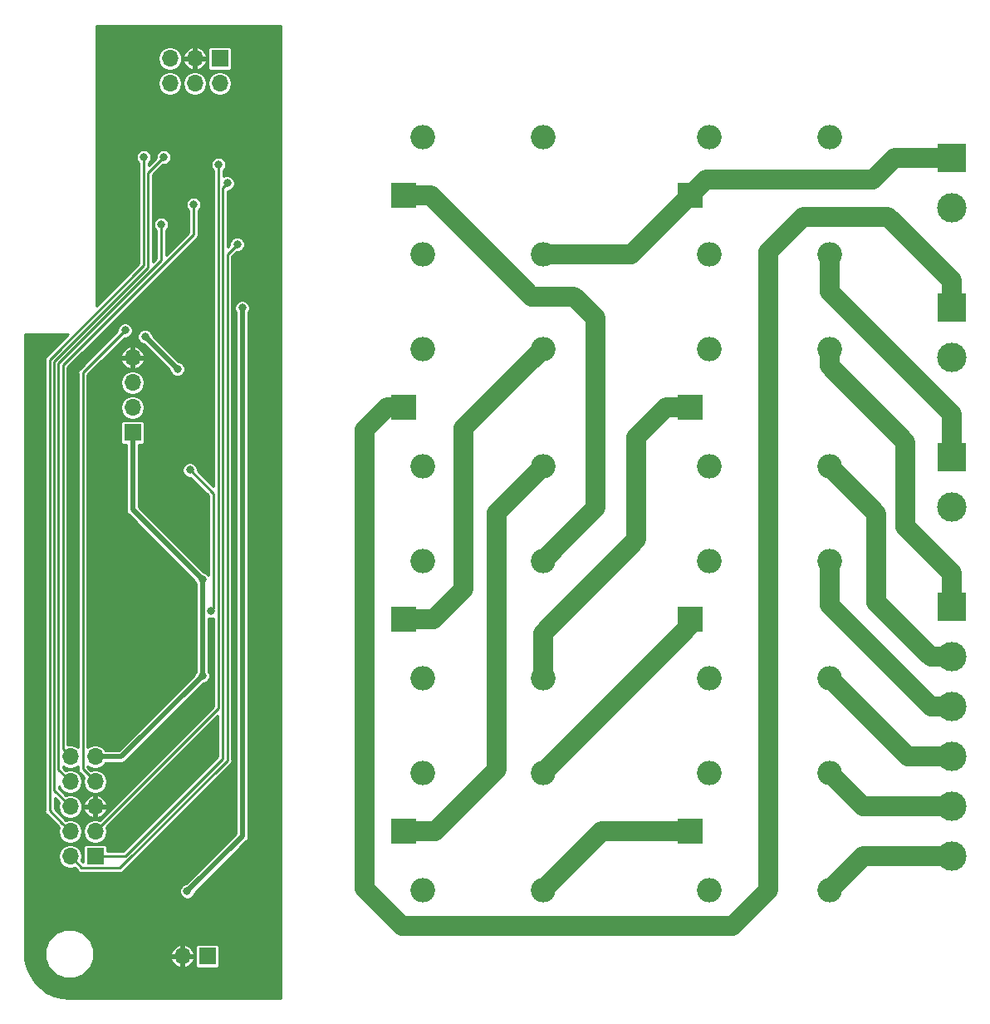
<source format=gbl>
G04 #@! TF.GenerationSoftware,KiCad,Pcbnew,6.0.0-rc1-unknown-7b10490~66~ubuntu16.04.1*
G04 #@! TF.CreationDate,2018-10-31T23:07:41+01:00*
G04 #@! TF.ProjectId,exhaust_control,65786861-7573-4745-9f63-6f6e74726f6c,rev?*
G04 #@! TF.SameCoordinates,Original*
G04 #@! TF.FileFunction,Copper,L2,Bot*
G04 #@! TF.FilePolarity,Positive*
%FSLAX46Y46*%
G04 Gerber Fmt 4.6, Leading zero omitted, Abs format (unit mm)*
G04 Created by KiCad (PCBNEW 6.0.0-rc1-unknown-7b10490~66~ubuntu16.04.1) date Wed 31 Oct 2018 23:07:41 CET*
%MOMM*%
%LPD*%
G01*
G04 APERTURE LIST*
G04 #@! TA.AperFunction,ComponentPad*
%ADD10R,2.500000X2.500000*%
G04 #@! TD*
G04 #@! TA.AperFunction,ComponentPad*
%ADD11O,2.500000X2.500000*%
G04 #@! TD*
G04 #@! TA.AperFunction,ComponentPad*
%ADD12C,3.000000*%
G04 #@! TD*
G04 #@! TA.AperFunction,ComponentPad*
%ADD13R,3.000000X3.000000*%
G04 #@! TD*
G04 #@! TA.AperFunction,ComponentPad*
%ADD14O,1.700000X1.700000*%
G04 #@! TD*
G04 #@! TA.AperFunction,ComponentPad*
%ADD15R,1.700000X1.700000*%
G04 #@! TD*
G04 #@! TA.AperFunction,ViaPad*
%ADD16C,0.800000*%
G04 #@! TD*
G04 #@! TA.AperFunction,Conductor*
%ADD17C,0.500000*%
G04 #@! TD*
G04 #@! TA.AperFunction,Conductor*
%ADD18C,2.000000*%
G04 #@! TD*
G04 #@! TA.AperFunction,Conductor*
%ADD19C,0.250000*%
G04 #@! TD*
G04 #@! TA.AperFunction,Conductor*
%ADD20C,0.254000*%
G04 #@! TD*
G04 APERTURE END LIST*
D10*
G04 #@! TO.P,K7,1*
G04 #@! TO.N,Net-(K3-Pad3)*
X68270000Y-82550000D03*
D11*
G04 #@! TO.P,K7,2*
G04 #@! TO.N,+5V*
X70270000Y-88550000D03*
G04 #@! TO.P,K7,3*
G04 #@! TO.N,Net-(J4-Pad6)*
X82470000Y-88550000D03*
G04 #@! TO.P,K7,4*
G04 #@! TO.N,Net-(J4-Pad5)*
X82470000Y-76550000D03*
G04 #@! TO.P,K7,5*
G04 #@! TO.N,/Autotransformer Relays/K7_GND*
X70270000Y-76550000D03*
G04 #@! TD*
D10*
G04 #@! TO.P,K6,1*
G04 #@! TO.N,Net-(K3-Pad4)*
X68270000Y-60960000D03*
D11*
G04 #@! TO.P,K6,2*
G04 #@! TO.N,+5V*
X70270000Y-66960000D03*
G04 #@! TO.P,K6,3*
G04 #@! TO.N,Net-(J4-Pad4)*
X82470000Y-66960000D03*
G04 #@! TO.P,K6,4*
G04 #@! TO.N,Net-(J4-Pad3)*
X82470000Y-54960000D03*
G04 #@! TO.P,K6,5*
G04 #@! TO.N,/Autotransformer Relays/K6_GND*
X70270000Y-54960000D03*
G04 #@! TD*
D12*
G04 #@! TO.P,J4,6*
G04 #@! TO.N,Net-(J4-Pad6)*
X94940000Y-85090000D03*
G04 #@! TO.P,J4,5*
G04 #@! TO.N,Net-(J4-Pad5)*
X94940000Y-80010000D03*
G04 #@! TO.P,J4,4*
G04 #@! TO.N,Net-(J4-Pad4)*
X94940000Y-74930000D03*
D13*
G04 #@! TO.P,J4,1*
G04 #@! TO.N,Net-(J4-Pad1)*
X94940000Y-59690000D03*
D12*
G04 #@! TO.P,J4,3*
G04 #@! TO.N,Net-(J4-Pad3)*
X94940000Y-69850000D03*
G04 #@! TO.P,J4,2*
G04 #@! TO.N,Net-(J4-Pad2)*
X94940000Y-64770000D03*
G04 #@! TD*
G04 #@! TO.P,J3,2*
G04 #@! TO.N,MAINS_NEUTRAL*
X94940000Y-49530000D03*
D13*
G04 #@! TO.P,J3,1*
G04 #@! TO.N,Net-(J3-Pad1)*
X94940000Y-44450000D03*
G04 #@! TD*
D11*
G04 #@! TO.P,K8,5*
G04 #@! TO.N,/Autotransformer Relays/K8_GND*
X70270000Y-11780000D03*
G04 #@! TO.P,K8,4*
G04 #@! TO.N,Net-(K8-Pad4)*
X82470000Y-11780000D03*
G04 #@! TO.P,K8,3*
G04 #@! TO.N,Net-(J3-Pad1)*
X82470000Y-23780000D03*
G04 #@! TO.P,K8,2*
G04 #@! TO.N,+5V*
X70270000Y-23780000D03*
D10*
G04 #@! TO.P,K8,1*
G04 #@! TO.N,MAINS_230V*
X68270000Y-17780000D03*
G04 #@! TD*
D12*
G04 #@! TO.P,J1,2*
G04 #@! TO.N,MAINS_NEUTRAL*
X94940000Y-19050000D03*
D13*
G04 #@! TO.P,J1,1*
G04 #@! TO.N,MAINS_230V*
X94940000Y-13970000D03*
G04 #@! TD*
D11*
G04 #@! TO.P,K5,5*
G04 #@! TO.N,/Autotransformer Relays/K5_GND*
X70270000Y-33370000D03*
G04 #@! TO.P,K5,4*
G04 #@! TO.N,Net-(J4-Pad1)*
X82470000Y-33370000D03*
G04 #@! TO.P,K5,3*
G04 #@! TO.N,Net-(J4-Pad2)*
X82470000Y-45370000D03*
G04 #@! TO.P,K5,2*
G04 #@! TO.N,+5V*
X70270000Y-45370000D03*
D10*
G04 #@! TO.P,K5,1*
G04 #@! TO.N,Net-(K2-Pad3)*
X68270000Y-39370000D03*
G04 #@! TD*
D13*
G04 #@! TO.P,J2,1*
G04 #@! TO.N,MAINS_FAN_OUT*
X94940000Y-29210000D03*
D12*
G04 #@! TO.P,J2,2*
G04 #@! TO.N,MAINS_NEUTRAL*
X94940000Y-34290000D03*
G04 #@! TD*
D14*
G04 #@! TO.P,J5,6*
G04 #@! TO.N,/ESP-12E/ESP_RXD*
X15240000Y-6350000D03*
G04 #@! TO.P,J5,5*
G04 #@! TO.N,/ESP-12E/ESP_TXD*
X15240000Y-3810000D03*
G04 #@! TO.P,J5,4*
G04 #@! TO.N,/ESP-12E/gpio0*
X17780000Y-6350000D03*
G04 #@! TO.P,J5,3*
G04 #@! TO.N,GND*
X17780000Y-3810000D03*
G04 #@! TO.P,J5,2*
G04 #@! TO.N,+3V3*
X20320000Y-6350000D03*
D15*
G04 #@! TO.P,J5,1*
G04 #@! TO.N,/ESP-12E/reset*
X20320000Y-3810000D03*
G04 #@! TD*
D14*
G04 #@! TO.P,J7,4*
G04 #@! TO.N,GND*
X11430000Y-34290000D03*
G04 #@! TO.P,J7,3*
G04 #@! TO.N,/ESP-12E/ESP_GPIO14*
X11430000Y-36830000D03*
G04 #@! TO.P,J7,2*
G04 #@! TO.N,/ESP-12E/ESP_GPIO2*
X11430000Y-39370000D03*
D15*
G04 #@! TO.P,J7,1*
G04 #@! TO.N,+3V3*
X11430000Y-41910000D03*
G04 #@! TD*
D11*
G04 #@! TO.P,K1,5*
G04 #@! TO.N,/Autotransformer Relays/K1_GND*
X41060000Y-33370000D03*
G04 #@! TO.P,K1,4*
G04 #@! TO.N,Net-(K1-Pad4)*
X53260000Y-33370000D03*
G04 #@! TO.P,K1,3*
G04 #@! TO.N,Net-(K1-Pad3)*
X53260000Y-45370000D03*
G04 #@! TO.P,K1,2*
G04 #@! TO.N,+5V*
X41060000Y-45370000D03*
D10*
G04 #@! TO.P,K1,1*
G04 #@! TO.N,MAINS_FAN_OUT*
X39060000Y-39370000D03*
G04 #@! TD*
D11*
G04 #@! TO.P,K2,5*
G04 #@! TO.N,/Autotransformer Relays/K2_GND*
X41060000Y-54960000D03*
G04 #@! TO.P,K2,4*
G04 #@! TO.N,Net-(K2-Pad4)*
X53260000Y-54960000D03*
G04 #@! TO.P,K2,3*
G04 #@! TO.N,Net-(K2-Pad3)*
X53260000Y-66960000D03*
G04 #@! TO.P,K2,2*
G04 #@! TO.N,+5V*
X41060000Y-66960000D03*
D10*
G04 #@! TO.P,K2,1*
G04 #@! TO.N,Net-(K1-Pad4)*
X39060000Y-60960000D03*
G04 #@! TD*
G04 #@! TO.P,K3,1*
G04 #@! TO.N,Net-(K1-Pad3)*
X39060000Y-82550000D03*
D11*
G04 #@! TO.P,K3,2*
G04 #@! TO.N,+5V*
X41060000Y-88550000D03*
G04 #@! TO.P,K3,3*
G04 #@! TO.N,Net-(K3-Pad3)*
X53260000Y-88550000D03*
G04 #@! TO.P,K3,4*
G04 #@! TO.N,Net-(K3-Pad4)*
X53260000Y-76550000D03*
G04 #@! TO.P,K3,5*
G04 #@! TO.N,/Autotransformer Relays/K3_GND*
X41060000Y-76550000D03*
G04 #@! TD*
D10*
G04 #@! TO.P,K4,1*
G04 #@! TO.N,Net-(K2-Pad4)*
X39060000Y-17780000D03*
D11*
G04 #@! TO.P,K4,2*
G04 #@! TO.N,+5V*
X41060000Y-23780000D03*
G04 #@! TO.P,K4,3*
G04 #@! TO.N,MAINS_230V*
X53260000Y-23780000D03*
G04 #@! TO.P,K4,4*
G04 #@! TO.N,Net-(K4-Pad4)*
X53260000Y-11780000D03*
G04 #@! TO.P,K4,5*
G04 #@! TO.N,/Autotransformer Relays/K4_GND*
X41060000Y-11780000D03*
G04 #@! TD*
D15*
G04 #@! TO.P,J6,1*
G04 #@! TO.N,+5V*
X19050000Y-95250000D03*
D14*
G04 #@! TO.P,J6,2*
G04 #@! TO.N,GND*
X16510000Y-95250000D03*
G04 #@! TD*
G04 #@! TO.P,J8,10*
G04 #@! TO.N,/ESP-12E/ESP_GPIO10*
X5080000Y-74930000D03*
G04 #@! TO.P,J8,9*
G04 #@! TO.N,+3V3*
X7620000Y-74930000D03*
G04 #@! TO.P,J8,8*
G04 #@! TO.N,/ESP-12E/ESP_GPIO9*
X5080000Y-77470000D03*
G04 #@! TO.P,J8,7*
G04 #@! TO.N,/I/O/ADC*
X7620000Y-77470000D03*
G04 #@! TO.P,J8,6*
G04 #@! TO.N,/ESP-12E/ESP_GPIO4*
X5080000Y-80010000D03*
G04 #@! TO.P,J8,5*
G04 #@! TO.N,GND*
X7620000Y-80010000D03*
G04 #@! TO.P,J8,4*
G04 #@! TO.N,/ESP-12E/ESP_GPIO5*
X5080000Y-82550000D03*
G04 #@! TO.P,J8,3*
G04 #@! TO.N,/ESP-12E/SCLK*
X7620000Y-82550000D03*
G04 #@! TO.P,J8,2*
G04 #@! TO.N,/ESP-12E/MISO*
X5080000Y-85090000D03*
D15*
G04 #@! TO.P,J8,1*
G04 #@! TO.N,/ESP-12E/MOSI*
X7620000Y-85090000D03*
G04 #@! TD*
D16*
G04 #@! TO.N,+3V3*
X16002000Y-35433000D03*
X12700000Y-32131000D03*
X18542000Y-66675000D03*
X22606000Y-29210000D03*
X17006000Y-88634000D03*
X18542000Y-56896000D03*
G04 #@! TO.N,Net-(U1-Pad9)*
X17272000Y-45720000D03*
X19392010Y-60071000D03*
G04 #@! TO.N,/ESP-12E/ESP_GPIO9*
X14351000Y-20701000D03*
G04 #@! TO.N,/ESP-12E/ESP_GPIO10*
X17653000Y-18673230D03*
G04 #@! TO.N,/ESP-12E/ESP_GPIO4*
X14605000Y-13843000D03*
G04 #@! TO.N,/ESP-12E/ESP_GPIO5*
X12573000Y-13843000D03*
G04 #@! TO.N,/I/O/ADC*
X10668000Y-31495998D03*
G04 #@! TO.N,/ESP-12E/SCLK*
X20193000Y-14605000D03*
G04 #@! TO.N,/ESP-12E/MISO*
X22098000Y-22733000D03*
G04 #@! TO.N,/ESP-12E/MOSI*
X21082000Y-16510000D03*
G04 #@! TD*
D17*
G04 #@! TO.N,+3V3*
X16002000Y-35433000D02*
X12700000Y-32131000D01*
X10287000Y-74930000D02*
X18542000Y-66675000D01*
X7620000Y-74930000D02*
X10287000Y-74930000D01*
X17030000Y-88634000D02*
X17006000Y-88634000D01*
X11430000Y-49784000D02*
X11430000Y-41910000D01*
X18542000Y-56896000D02*
X11430000Y-49784000D01*
X18542000Y-66675000D02*
X18542000Y-56896000D01*
X22606000Y-83034000D02*
X17006000Y-88634000D01*
X22606000Y-29210000D02*
X22606000Y-83034000D01*
D18*
G04 #@! TO.N,MAINS_230V*
X62270000Y-23780000D02*
X68270000Y-17780000D01*
X53260000Y-23780000D02*
X62270000Y-23780000D01*
X89098000Y-13970000D02*
X94940000Y-13970000D01*
X69921000Y-16129000D02*
X86939000Y-16129000D01*
X86939000Y-16129000D02*
X89098000Y-13970000D01*
X68270000Y-17780000D02*
X69921000Y-16129000D01*
G04 #@! TO.N,MAINS_FAN_OUT*
X94940000Y-26416000D02*
X94940000Y-29210000D01*
X79827000Y-19939000D02*
X88463000Y-19939000D01*
X35123000Y-88392000D02*
X38933000Y-92202000D01*
X37409000Y-39370000D02*
X35123000Y-41656000D01*
X38933000Y-92202000D02*
X72588000Y-92202000D01*
X35123000Y-41656000D02*
X35123000Y-88392000D01*
X76271000Y-23495000D02*
X79827000Y-19939000D01*
X39060000Y-39370000D02*
X37409000Y-39370000D01*
X88463000Y-19939000D02*
X94940000Y-26416000D01*
X72588000Y-92202000D02*
X76271000Y-88519000D01*
X76271000Y-88519000D02*
X76271000Y-23495000D01*
G04 #@! TO.N,Net-(J3-Pad1)*
X94940000Y-40950000D02*
X94940000Y-44450000D01*
X94940000Y-40005000D02*
X94940000Y-40950000D01*
X82470000Y-27535000D02*
X94940000Y-40005000D01*
X82470000Y-23780000D02*
X82470000Y-27535000D01*
G04 #@! TO.N,Net-(J4-Pad6)*
X85923000Y-85090000D02*
X94940000Y-85090000D01*
X82470000Y-88543000D02*
X85923000Y-85090000D01*
X82470000Y-88550000D02*
X82470000Y-88543000D01*
G04 #@! TO.N,Net-(J4-Pad5)*
X85930000Y-80010000D02*
X94940000Y-80010000D01*
X82470000Y-76550000D02*
X85930000Y-80010000D01*
G04 #@! TO.N,Net-(J4-Pad4)*
X90440000Y-74930000D02*
X94940000Y-74930000D01*
X82470000Y-66960000D02*
X90440000Y-74930000D01*
G04 #@! TO.N,Net-(J4-Pad1)*
X94940000Y-56190000D02*
X94940000Y-59690000D01*
X90241000Y-42908766D02*
X90241000Y-51491000D01*
X82470000Y-33370000D02*
X82470000Y-35137766D01*
X82470000Y-35137766D02*
X90241000Y-42908766D01*
X90241000Y-51491000D02*
X94940000Y-56190000D01*
G04 #@! TO.N,Net-(J4-Pad3)*
X92818680Y-69850000D02*
X94940000Y-69850000D01*
X82470000Y-59501320D02*
X92818680Y-69850000D01*
X82470000Y-54960000D02*
X82470000Y-59501320D01*
G04 #@! TO.N,Net-(J4-Pad2)*
X92818680Y-64770000D02*
X94940000Y-64770000D01*
X87240989Y-59192309D02*
X92818680Y-64770000D01*
X87240989Y-50140989D02*
X87240989Y-59192309D01*
X82470000Y-45370000D02*
X87240989Y-50140989D01*
D19*
G04 #@! TO.N,Net-(U1-Pad9)*
X19685000Y-59778010D02*
X19392010Y-60071000D01*
X19685000Y-48133000D02*
X19685000Y-59778010D01*
X17272000Y-45720000D02*
X19685000Y-48133000D01*
G04 #@! TO.N,/ESP-12E/ESP_GPIO9*
X14351000Y-21266685D02*
X14351000Y-20701000D01*
X3867989Y-76257989D02*
X3867989Y-34869833D01*
X5080000Y-77470000D02*
X3867989Y-76257989D01*
X3867989Y-34869833D02*
X14351000Y-24386820D01*
X14351000Y-24386820D02*
X14351000Y-21266685D01*
G04 #@! TO.N,/ESP-12E/ESP_GPIO10*
X17653000Y-18673230D02*
X17653000Y-18542000D01*
X17653000Y-19238915D02*
X17653000Y-18673230D01*
X17653000Y-21721233D02*
X17653000Y-19238915D01*
X4318000Y-35056233D02*
X17653000Y-21721233D01*
X4318000Y-74168000D02*
X4318000Y-35056233D01*
X5080000Y-74930000D02*
X4318000Y-74168000D01*
G04 #@! TO.N,/ESP-12E/ESP_GPIO4*
X14205001Y-14242999D02*
X14605000Y-13843000D01*
X5080000Y-80010000D02*
X3417978Y-78347978D01*
X3417978Y-78347978D02*
X3417978Y-34683432D01*
X13023011Y-15424989D02*
X14205001Y-14242999D01*
X3417978Y-34683432D02*
X13023011Y-25078400D01*
X13023011Y-25078400D02*
X13023011Y-15424989D01*
G04 #@! TO.N,/ESP-12E/ESP_GPIO5*
X4230001Y-81700001D02*
X5080000Y-82550000D01*
X12573000Y-13843000D02*
X12573000Y-24892000D01*
X12573000Y-24892000D02*
X2967967Y-34497033D01*
X2967967Y-34497033D02*
X2967967Y-80437967D01*
X2967967Y-80437967D02*
X4230001Y-81700001D01*
D18*
G04 #@! TO.N,Net-(K1-Pad4)*
X52010001Y-34619999D02*
X53260000Y-33370000D01*
X39060000Y-60960000D02*
X42108000Y-60960000D01*
X42108000Y-60960000D02*
X45156000Y-57912000D01*
X45156000Y-57912000D02*
X45156000Y-41474000D01*
X45156000Y-41474000D02*
X52010001Y-34619999D01*
G04 #@! TO.N,Net-(K1-Pad3)*
X52010001Y-46619999D02*
X53260000Y-45370000D01*
X39060000Y-82550000D02*
X42310000Y-82550000D01*
X42310000Y-82550000D02*
X48585000Y-76275000D01*
X48585000Y-76275000D02*
X48585000Y-50045000D01*
X48585000Y-50045000D02*
X52010001Y-46619999D01*
G04 #@! TO.N,Net-(K2-Pad4)*
X58618000Y-30226000D02*
X58618000Y-49602000D01*
X39060000Y-17780000D02*
X41854000Y-17780000D01*
X41854000Y-17780000D02*
X52141000Y-28067000D01*
X52141000Y-28067000D02*
X56459000Y-28067000D01*
X54509999Y-53710001D02*
X53260000Y-54960000D01*
X58618000Y-49602000D02*
X54509999Y-53710001D01*
X56459000Y-28067000D02*
X58618000Y-30226000D01*
G04 #@! TO.N,Net-(K2-Pad3)*
X53260000Y-66960000D02*
X53260000Y-62381000D01*
X65857000Y-39370000D02*
X68270000Y-39370000D01*
X62809000Y-52832000D02*
X62809000Y-42418000D01*
X53260000Y-62381000D02*
X62809000Y-52832000D01*
X62809000Y-42418000D02*
X65857000Y-39370000D01*
G04 #@! TO.N,Net-(K3-Pad3)*
X59253000Y-82550000D02*
X68270000Y-82550000D01*
X53260000Y-88543000D02*
X59253000Y-82550000D01*
X53260000Y-88550000D02*
X53260000Y-88543000D01*
G04 #@! TO.N,Net-(K3-Pad4)*
X68270000Y-61540000D02*
X68270000Y-60960000D01*
X53260000Y-76550000D02*
X68270000Y-61540000D01*
D19*
G04 #@! TO.N,/I/O/ADC*
X6350000Y-35813998D02*
X10268001Y-31895997D01*
X6350000Y-76200000D02*
X6350000Y-35813998D01*
X7620000Y-77470000D02*
X6350000Y-76200000D01*
X10268001Y-31895997D02*
X10668000Y-31495998D01*
G04 #@! TO.N,/ESP-12E/SCLK*
X20193000Y-14605000D02*
X20193000Y-14986000D01*
X20181978Y-14743022D02*
X20193000Y-14732000D01*
X20181978Y-69988022D02*
X20181978Y-14743022D01*
X7620000Y-82550000D02*
X20181978Y-69988022D01*
G04 #@! TO.N,/ESP-12E/MISO*
X21082000Y-75312411D02*
X21082000Y-23749000D01*
X21698001Y-23132999D02*
X22098000Y-22733000D01*
X10129410Y-86265001D02*
X21082000Y-75312411D01*
X21082000Y-23749000D02*
X21698001Y-23132999D01*
X6255001Y-86265001D02*
X10129410Y-86265001D01*
X5080000Y-85090000D02*
X6255001Y-86265001D01*
G04 #@! TO.N,/ESP-12E/MOSI*
X7620000Y-85090000D02*
X10668000Y-85090000D01*
X20631989Y-16960011D02*
X21082000Y-16510000D01*
X20631989Y-75126011D02*
X20631989Y-16960011D01*
X10668000Y-85090000D02*
X20631989Y-75126011D01*
G04 #@! TD*
D20*
G04 #@! TO.N,GND*
G36*
X26543000Y-99544000D02*
X5020311Y-99544000D01*
X4195645Y-99470400D01*
X3416722Y-99257311D01*
X2687838Y-98909651D01*
X2032041Y-98438413D01*
X1470059Y-97858494D01*
X1019652Y-97188217D01*
X695059Y-96448776D01*
X505696Y-95660024D01*
X456000Y-94983285D01*
X456000Y-94496553D01*
X2469000Y-94496553D01*
X2469000Y-95503447D01*
X2854322Y-96433696D01*
X3566304Y-97145678D01*
X4496553Y-97531000D01*
X5503447Y-97531000D01*
X6433696Y-97145678D01*
X7145678Y-96433696D01*
X7504682Y-95566982D01*
X15320499Y-95566982D01*
X15532348Y-95998056D01*
X15893036Y-96315245D01*
X16193020Y-96439489D01*
X16383000Y-96378627D01*
X16383000Y-95377000D01*
X16637000Y-95377000D01*
X16637000Y-96378627D01*
X16826980Y-96439489D01*
X17126964Y-96315245D01*
X17487652Y-95998056D01*
X17699501Y-95566982D01*
X17639193Y-95377000D01*
X16637000Y-95377000D01*
X16383000Y-95377000D01*
X15380807Y-95377000D01*
X15320499Y-95566982D01*
X7504682Y-95566982D01*
X7531000Y-95503447D01*
X7531000Y-94933018D01*
X15320499Y-94933018D01*
X15380807Y-95123000D01*
X16383000Y-95123000D01*
X16383000Y-94121373D01*
X16637000Y-94121373D01*
X16637000Y-95123000D01*
X17639193Y-95123000D01*
X17699501Y-94933018D01*
X17487652Y-94501944D01*
X17371728Y-94400000D01*
X17811536Y-94400000D01*
X17811536Y-96100000D01*
X17841106Y-96248659D01*
X17925314Y-96374686D01*
X18051341Y-96458894D01*
X18200000Y-96488464D01*
X19900000Y-96488464D01*
X20048659Y-96458894D01*
X20174686Y-96374686D01*
X20258894Y-96248659D01*
X20288464Y-96100000D01*
X20288464Y-94400000D01*
X20258894Y-94251341D01*
X20174686Y-94125314D01*
X20048659Y-94041106D01*
X19900000Y-94011536D01*
X18200000Y-94011536D01*
X18051341Y-94041106D01*
X17925314Y-94125314D01*
X17841106Y-94251341D01*
X17811536Y-94400000D01*
X17371728Y-94400000D01*
X17126964Y-94184755D01*
X16826980Y-94060511D01*
X16637000Y-94121373D01*
X16383000Y-94121373D01*
X16193020Y-94060511D01*
X15893036Y-94184755D01*
X15532348Y-94501944D01*
X15320499Y-94933018D01*
X7531000Y-94933018D01*
X7531000Y-94496553D01*
X7145678Y-93566304D01*
X6433696Y-92854322D01*
X5503447Y-92469000D01*
X4496553Y-92469000D01*
X3566304Y-92854322D01*
X2854322Y-93566304D01*
X2469000Y-94496553D01*
X456000Y-94496553D01*
X456000Y-88478649D01*
X16225000Y-88478649D01*
X16225000Y-88789351D01*
X16343900Y-89076401D01*
X16563599Y-89296100D01*
X16850649Y-89415000D01*
X17161351Y-89415000D01*
X17448401Y-89296100D01*
X17668100Y-89076401D01*
X17787000Y-88789351D01*
X17787000Y-88745368D01*
X23008238Y-83524131D01*
X23060926Y-83488926D01*
X23200389Y-83280204D01*
X23237000Y-83096148D01*
X23249362Y-83034000D01*
X23237000Y-82971852D01*
X23237000Y-29683501D01*
X23268100Y-29652401D01*
X23387000Y-29365351D01*
X23387000Y-29054649D01*
X23268100Y-28767599D01*
X23048401Y-28547900D01*
X22761351Y-28429000D01*
X22450649Y-28429000D01*
X22163599Y-28547900D01*
X21943900Y-28767599D01*
X21825000Y-29054649D01*
X21825000Y-29365351D01*
X21943900Y-29652401D01*
X21975000Y-29683501D01*
X21975001Y-82772630D01*
X16894632Y-87853000D01*
X16850649Y-87853000D01*
X16563599Y-87971900D01*
X16343900Y-88191599D01*
X16225000Y-88478649D01*
X456000Y-88478649D01*
X456000Y-31877000D01*
X4872409Y-31877000D01*
X2645415Y-34103994D01*
X2603161Y-34132227D01*
X2491326Y-34299603D01*
X2472710Y-34393192D01*
X2452054Y-34497033D01*
X2461967Y-34546867D01*
X2461968Y-80388128D01*
X2452054Y-80437967D01*
X2489649Y-80626964D01*
X2491327Y-80635398D01*
X2603162Y-80802773D01*
X2645412Y-80831003D01*
X3907443Y-82093035D01*
X3907446Y-82093037D01*
X3914397Y-82099988D01*
X3824884Y-82550000D01*
X3920424Y-83030312D01*
X4192499Y-83437501D01*
X4599688Y-83709576D01*
X4958761Y-83781000D01*
X5201239Y-83781000D01*
X5560312Y-83709576D01*
X5967501Y-83437501D01*
X6239576Y-83030312D01*
X6335116Y-82550000D01*
X6239576Y-82069688D01*
X5967501Y-81662499D01*
X5560312Y-81390424D01*
X5201239Y-81319000D01*
X4958761Y-81319000D01*
X4629988Y-81384397D01*
X4623037Y-81377446D01*
X4623035Y-81377443D01*
X3473967Y-80228376D01*
X3473967Y-79119558D01*
X3914397Y-79559988D01*
X3824884Y-80010000D01*
X3920424Y-80490312D01*
X4192499Y-80897501D01*
X4599688Y-81169576D01*
X4958761Y-81241000D01*
X5201239Y-81241000D01*
X5560312Y-81169576D01*
X5967501Y-80897501D01*
X6239576Y-80490312D01*
X6272064Y-80326980D01*
X6430511Y-80326980D01*
X6554755Y-80626964D01*
X6871944Y-80987652D01*
X7303018Y-81199501D01*
X7493000Y-81139193D01*
X7493000Y-80137000D01*
X7747000Y-80137000D01*
X7747000Y-81139193D01*
X7936982Y-81199501D01*
X8368056Y-80987652D01*
X8685245Y-80626964D01*
X8809489Y-80326980D01*
X8748627Y-80137000D01*
X7747000Y-80137000D01*
X7493000Y-80137000D01*
X6491373Y-80137000D01*
X6430511Y-80326980D01*
X6272064Y-80326980D01*
X6335116Y-80010000D01*
X6272065Y-79693020D01*
X6430511Y-79693020D01*
X6491373Y-79883000D01*
X7493000Y-79883000D01*
X7493000Y-78880807D01*
X7747000Y-78880807D01*
X7747000Y-79883000D01*
X8748627Y-79883000D01*
X8809489Y-79693020D01*
X8685245Y-79393036D01*
X8368056Y-79032348D01*
X7936982Y-78820499D01*
X7747000Y-78880807D01*
X7493000Y-78880807D01*
X7303018Y-78820499D01*
X6871944Y-79032348D01*
X6554755Y-79393036D01*
X6430511Y-79693020D01*
X6272065Y-79693020D01*
X6239576Y-79529688D01*
X5967501Y-79122499D01*
X5560312Y-78850424D01*
X5201239Y-78779000D01*
X4958761Y-78779000D01*
X4629988Y-78844397D01*
X3923978Y-78138387D01*
X3923978Y-77955631D01*
X4192499Y-78357501D01*
X4599688Y-78629576D01*
X4958761Y-78701000D01*
X5201239Y-78701000D01*
X5560312Y-78629576D01*
X5967501Y-78357501D01*
X6239576Y-77950312D01*
X6335116Y-77470000D01*
X6239576Y-76989688D01*
X5967501Y-76582499D01*
X5560312Y-76310424D01*
X5201239Y-76239000D01*
X4958761Y-76239000D01*
X4629988Y-76304397D01*
X4373989Y-76048398D01*
X4373989Y-75938769D01*
X4599688Y-76089576D01*
X4958761Y-76161000D01*
X5201239Y-76161000D01*
X5560312Y-76089576D01*
X5844000Y-75900022D01*
X5844000Y-76150166D01*
X5834087Y-76200000D01*
X5844000Y-76249834D01*
X5873359Y-76397430D01*
X5985194Y-76564806D01*
X6027447Y-76593038D01*
X6454397Y-77019988D01*
X6364884Y-77470000D01*
X6460424Y-77950312D01*
X6732499Y-78357501D01*
X7139688Y-78629576D01*
X7498761Y-78701000D01*
X7741239Y-78701000D01*
X8100312Y-78629576D01*
X8507501Y-78357501D01*
X8779576Y-77950312D01*
X8875116Y-77470000D01*
X8779576Y-76989688D01*
X8507501Y-76582499D01*
X8100312Y-76310424D01*
X7741239Y-76239000D01*
X7498761Y-76239000D01*
X7169988Y-76304397D01*
X6856000Y-75990409D01*
X6856000Y-75900022D01*
X7139688Y-76089576D01*
X7498761Y-76161000D01*
X7741239Y-76161000D01*
X8100312Y-76089576D01*
X8507501Y-75817501D01*
X8678889Y-75561000D01*
X10224852Y-75561000D01*
X10287000Y-75573362D01*
X10349148Y-75561000D01*
X10533204Y-75524389D01*
X10741926Y-75384926D01*
X10777133Y-75332235D01*
X18653369Y-67456000D01*
X18697351Y-67456000D01*
X18984401Y-67337100D01*
X19204100Y-67117401D01*
X19323000Y-66830351D01*
X19323000Y-66519649D01*
X19204100Y-66232599D01*
X19173000Y-66201499D01*
X19173000Y-60825632D01*
X19236659Y-60852000D01*
X19547361Y-60852000D01*
X19675978Y-60798725D01*
X19675978Y-69778430D01*
X8070012Y-81384397D01*
X7741239Y-81319000D01*
X7498761Y-81319000D01*
X7139688Y-81390424D01*
X6732499Y-81662499D01*
X6460424Y-82069688D01*
X6364884Y-82550000D01*
X6460424Y-83030312D01*
X6732499Y-83437501D01*
X7139688Y-83709576D01*
X7498761Y-83781000D01*
X7741239Y-83781000D01*
X8100312Y-83709576D01*
X8507501Y-83437501D01*
X8779576Y-83030312D01*
X8875116Y-82550000D01*
X8785603Y-82099988D01*
X20125989Y-70759603D01*
X20125989Y-74916419D01*
X10458409Y-84584000D01*
X8858464Y-84584000D01*
X8858464Y-84240000D01*
X8828894Y-84091341D01*
X8744686Y-83965314D01*
X8618659Y-83881106D01*
X8470000Y-83851536D01*
X6770000Y-83851536D01*
X6621341Y-83881106D01*
X6495314Y-83965314D01*
X6411106Y-84091341D01*
X6381536Y-84240000D01*
X6381536Y-85675944D01*
X6245603Y-85540011D01*
X6335116Y-85090000D01*
X6239576Y-84609688D01*
X5967501Y-84202499D01*
X5560312Y-83930424D01*
X5201239Y-83859000D01*
X4958761Y-83859000D01*
X4599688Y-83930424D01*
X4192499Y-84202499D01*
X3920424Y-84609688D01*
X3824884Y-85090000D01*
X3920424Y-85570312D01*
X4192499Y-85977501D01*
X4599688Y-86249576D01*
X4958761Y-86321000D01*
X5201239Y-86321000D01*
X5530011Y-86255603D01*
X5861964Y-86587556D01*
X5890195Y-86629807D01*
X6057570Y-86741642D01*
X6205166Y-86771001D01*
X6255000Y-86780914D01*
X6304834Y-86771001D01*
X10079576Y-86771001D01*
X10129410Y-86780914D01*
X10179244Y-86771001D01*
X10179245Y-86771001D01*
X10326841Y-86741642D01*
X10494216Y-86629807D01*
X10522449Y-86587553D01*
X21404556Y-75705447D01*
X21446806Y-75677217D01*
X21558641Y-75509842D01*
X21588000Y-75362246D01*
X21588000Y-75362245D01*
X21597913Y-75312412D01*
X21588000Y-75262578D01*
X21588000Y-23958591D01*
X22032592Y-23514000D01*
X22253351Y-23514000D01*
X22540401Y-23395100D01*
X22760100Y-23175401D01*
X22879000Y-22888351D01*
X22879000Y-22577649D01*
X22760100Y-22290599D01*
X22540401Y-22070900D01*
X22253351Y-21952000D01*
X21942649Y-21952000D01*
X21655599Y-22070900D01*
X21435900Y-22290599D01*
X21317000Y-22577649D01*
X21317000Y-22798408D01*
X21137989Y-22977419D01*
X21137989Y-17291000D01*
X21237351Y-17291000D01*
X21524401Y-17172100D01*
X21744100Y-16952401D01*
X21863000Y-16665351D01*
X21863000Y-16354649D01*
X21744100Y-16067599D01*
X21524401Y-15847900D01*
X21237351Y-15729000D01*
X20926649Y-15729000D01*
X20687978Y-15827861D01*
X20687978Y-15214523D01*
X20855100Y-15047401D01*
X20974000Y-14760351D01*
X20974000Y-14449649D01*
X20855100Y-14162599D01*
X20635401Y-13942900D01*
X20348351Y-13824000D01*
X20037649Y-13824000D01*
X19750599Y-13942900D01*
X19530900Y-14162599D01*
X19412000Y-14449649D01*
X19412000Y-14760351D01*
X19530900Y-15047401D01*
X19675979Y-15192480D01*
X19675978Y-47408387D01*
X18053000Y-45785409D01*
X18053000Y-45564649D01*
X17934100Y-45277599D01*
X17714401Y-45057900D01*
X17427351Y-44939000D01*
X17116649Y-44939000D01*
X16829599Y-45057900D01*
X16609900Y-45277599D01*
X16491000Y-45564649D01*
X16491000Y-45875351D01*
X16609900Y-46162401D01*
X16829599Y-46382100D01*
X17116649Y-46501000D01*
X17337409Y-46501000D01*
X19179000Y-48342592D01*
X19179001Y-56428500D01*
X18984401Y-56233900D01*
X18697351Y-56115000D01*
X18653369Y-56115000D01*
X12061000Y-49522632D01*
X12061000Y-43148464D01*
X12280000Y-43148464D01*
X12428659Y-43118894D01*
X12554686Y-43034686D01*
X12638894Y-42908659D01*
X12668464Y-42760000D01*
X12668464Y-41060000D01*
X12638894Y-40911341D01*
X12554686Y-40785314D01*
X12428659Y-40701106D01*
X12280000Y-40671536D01*
X10580000Y-40671536D01*
X10431341Y-40701106D01*
X10305314Y-40785314D01*
X10221106Y-40911341D01*
X10191536Y-41060000D01*
X10191536Y-42760000D01*
X10221106Y-42908659D01*
X10305314Y-43034686D01*
X10431341Y-43118894D01*
X10580000Y-43148464D01*
X10799001Y-43148464D01*
X10799000Y-49721852D01*
X10786638Y-49784000D01*
X10799000Y-49846147D01*
X10835611Y-50030203D01*
X10975074Y-50238926D01*
X11027765Y-50274133D01*
X17761000Y-57007369D01*
X17761000Y-57051351D01*
X17879900Y-57338401D01*
X17911001Y-57369502D01*
X17911000Y-66201499D01*
X17879900Y-66232599D01*
X17761000Y-66519649D01*
X17761000Y-66563631D01*
X10025632Y-74299000D01*
X8678889Y-74299000D01*
X8507501Y-74042499D01*
X8100312Y-73770424D01*
X7741239Y-73699000D01*
X7498761Y-73699000D01*
X7139688Y-73770424D01*
X6856000Y-73959978D01*
X6856000Y-39370000D01*
X10174884Y-39370000D01*
X10270424Y-39850312D01*
X10542499Y-40257501D01*
X10949688Y-40529576D01*
X11308761Y-40601000D01*
X11551239Y-40601000D01*
X11910312Y-40529576D01*
X12317501Y-40257501D01*
X12589576Y-39850312D01*
X12685116Y-39370000D01*
X12589576Y-38889688D01*
X12317501Y-38482499D01*
X11910312Y-38210424D01*
X11551239Y-38139000D01*
X11308761Y-38139000D01*
X10949688Y-38210424D01*
X10542499Y-38482499D01*
X10270424Y-38889688D01*
X10174884Y-39370000D01*
X6856000Y-39370000D01*
X6856000Y-36830000D01*
X10174884Y-36830000D01*
X10270424Y-37310312D01*
X10542499Y-37717501D01*
X10949688Y-37989576D01*
X11308761Y-38061000D01*
X11551239Y-38061000D01*
X11910312Y-37989576D01*
X12317501Y-37717501D01*
X12589576Y-37310312D01*
X12685116Y-36830000D01*
X12589576Y-36349688D01*
X12317501Y-35942499D01*
X11910312Y-35670424D01*
X11551239Y-35599000D01*
X11308761Y-35599000D01*
X10949688Y-35670424D01*
X10542499Y-35942499D01*
X10270424Y-36349688D01*
X10174884Y-36830000D01*
X6856000Y-36830000D01*
X6856000Y-36023589D01*
X8272609Y-34606980D01*
X10240511Y-34606980D01*
X10364755Y-34906964D01*
X10681944Y-35267652D01*
X11113018Y-35479501D01*
X11303000Y-35419193D01*
X11303000Y-34417000D01*
X11557000Y-34417000D01*
X11557000Y-35419193D01*
X11746982Y-35479501D01*
X12178056Y-35267652D01*
X12495245Y-34906964D01*
X12619489Y-34606980D01*
X12558627Y-34417000D01*
X11557000Y-34417000D01*
X11303000Y-34417000D01*
X10301373Y-34417000D01*
X10240511Y-34606980D01*
X8272609Y-34606980D01*
X8906569Y-33973020D01*
X10240511Y-33973020D01*
X10301373Y-34163000D01*
X11303000Y-34163000D01*
X11303000Y-33160807D01*
X11557000Y-33160807D01*
X11557000Y-34163000D01*
X12558627Y-34163000D01*
X12619489Y-33973020D01*
X12495245Y-33673036D01*
X12178056Y-33312348D01*
X11746982Y-33100499D01*
X11557000Y-33160807D01*
X11303000Y-33160807D01*
X11113018Y-33100499D01*
X10681944Y-33312348D01*
X10364755Y-33673036D01*
X10240511Y-33973020D01*
X8906569Y-33973020D01*
X10602592Y-32276998D01*
X10823351Y-32276998D01*
X11110401Y-32158098D01*
X11292850Y-31975649D01*
X11919000Y-31975649D01*
X11919000Y-32286351D01*
X12037900Y-32573401D01*
X12257599Y-32793100D01*
X12544649Y-32912000D01*
X12588632Y-32912000D01*
X15221000Y-35544369D01*
X15221000Y-35588351D01*
X15339900Y-35875401D01*
X15559599Y-36095100D01*
X15846649Y-36214000D01*
X16157351Y-36214000D01*
X16444401Y-36095100D01*
X16664100Y-35875401D01*
X16783000Y-35588351D01*
X16783000Y-35277649D01*
X16664100Y-34990599D01*
X16444401Y-34770900D01*
X16157351Y-34652000D01*
X16113369Y-34652000D01*
X13481000Y-32019632D01*
X13481000Y-31975649D01*
X13362100Y-31688599D01*
X13142401Y-31468900D01*
X12855351Y-31350000D01*
X12544649Y-31350000D01*
X12257599Y-31468900D01*
X12037900Y-31688599D01*
X11919000Y-31975649D01*
X11292850Y-31975649D01*
X11330100Y-31938399D01*
X11449000Y-31651349D01*
X11449000Y-31340647D01*
X11330100Y-31053597D01*
X11110401Y-30833898D01*
X10823351Y-30714998D01*
X10512649Y-30714998D01*
X10225599Y-30833898D01*
X10005900Y-31053597D01*
X9887000Y-31340647D01*
X9887000Y-31561406D01*
X6027446Y-35420961D01*
X5985195Y-35449192D01*
X5929282Y-35532873D01*
X5873360Y-35616567D01*
X5834087Y-35813998D01*
X5844001Y-35863837D01*
X5844000Y-73959978D01*
X5560312Y-73770424D01*
X5201239Y-73699000D01*
X4958761Y-73699000D01*
X4824000Y-73725806D01*
X4824000Y-35265824D01*
X17975556Y-22114269D01*
X18017806Y-22086039D01*
X18129641Y-21918664D01*
X18159000Y-21771068D01*
X18159000Y-21771067D01*
X18168913Y-21721233D01*
X18159000Y-21671399D01*
X18159000Y-19271731D01*
X18315100Y-19115631D01*
X18434000Y-18828581D01*
X18434000Y-18517879D01*
X18315100Y-18230829D01*
X18095401Y-18011130D01*
X17808351Y-17892230D01*
X17497649Y-17892230D01*
X17210599Y-18011130D01*
X16990900Y-18230829D01*
X16872000Y-18517879D01*
X16872000Y-18828581D01*
X16990900Y-19115631D01*
X17147000Y-19271731D01*
X17147000Y-19288749D01*
X17147001Y-19288754D01*
X17147000Y-21511641D01*
X14857000Y-23801641D01*
X14857000Y-21299501D01*
X15013100Y-21143401D01*
X15132000Y-20856351D01*
X15132000Y-20545649D01*
X15013100Y-20258599D01*
X14793401Y-20038900D01*
X14506351Y-19920000D01*
X14195649Y-19920000D01*
X13908599Y-20038900D01*
X13688900Y-20258599D01*
X13570000Y-20545649D01*
X13570000Y-20856351D01*
X13688900Y-21143401D01*
X13845000Y-21299501D01*
X13845000Y-21316519D01*
X13845001Y-21316524D01*
X13845000Y-24177228D01*
X13529011Y-24493217D01*
X13529011Y-15634580D01*
X14539592Y-14624000D01*
X14760351Y-14624000D01*
X15047401Y-14505100D01*
X15267100Y-14285401D01*
X15386000Y-13998351D01*
X15386000Y-13687649D01*
X15267100Y-13400599D01*
X15047401Y-13180900D01*
X14760351Y-13062000D01*
X14449649Y-13062000D01*
X14162599Y-13180900D01*
X13942900Y-13400599D01*
X13824000Y-13687649D01*
X13824000Y-13908408D01*
X13079000Y-14653409D01*
X13079000Y-14441501D01*
X13235100Y-14285401D01*
X13354000Y-13998351D01*
X13354000Y-13687649D01*
X13235100Y-13400599D01*
X13015401Y-13180900D01*
X12728351Y-13062000D01*
X12417649Y-13062000D01*
X12130599Y-13180900D01*
X11910900Y-13400599D01*
X11792000Y-13687649D01*
X11792000Y-13998351D01*
X11910900Y-14285401D01*
X12067000Y-14441501D01*
X12067001Y-24682407D01*
X7747000Y-29002408D01*
X7747000Y-6350000D01*
X13984884Y-6350000D01*
X14080424Y-6830312D01*
X14352499Y-7237501D01*
X14759688Y-7509576D01*
X15118761Y-7581000D01*
X15361239Y-7581000D01*
X15720312Y-7509576D01*
X16127501Y-7237501D01*
X16399576Y-6830312D01*
X16495116Y-6350000D01*
X16524884Y-6350000D01*
X16620424Y-6830312D01*
X16892499Y-7237501D01*
X17299688Y-7509576D01*
X17658761Y-7581000D01*
X17901239Y-7581000D01*
X18260312Y-7509576D01*
X18667501Y-7237501D01*
X18939576Y-6830312D01*
X19035116Y-6350000D01*
X19064884Y-6350000D01*
X19160424Y-6830312D01*
X19432499Y-7237501D01*
X19839688Y-7509576D01*
X20198761Y-7581000D01*
X20441239Y-7581000D01*
X20800312Y-7509576D01*
X21207501Y-7237501D01*
X21479576Y-6830312D01*
X21575116Y-6350000D01*
X21479576Y-5869688D01*
X21207501Y-5462499D01*
X20800312Y-5190424D01*
X20441239Y-5119000D01*
X20198761Y-5119000D01*
X19839688Y-5190424D01*
X19432499Y-5462499D01*
X19160424Y-5869688D01*
X19064884Y-6350000D01*
X19035116Y-6350000D01*
X18939576Y-5869688D01*
X18667501Y-5462499D01*
X18260312Y-5190424D01*
X17901239Y-5119000D01*
X17658761Y-5119000D01*
X17299688Y-5190424D01*
X16892499Y-5462499D01*
X16620424Y-5869688D01*
X16524884Y-6350000D01*
X16495116Y-6350000D01*
X16399576Y-5869688D01*
X16127501Y-5462499D01*
X15720312Y-5190424D01*
X15361239Y-5119000D01*
X15118761Y-5119000D01*
X14759688Y-5190424D01*
X14352499Y-5462499D01*
X14080424Y-5869688D01*
X13984884Y-6350000D01*
X7747000Y-6350000D01*
X7747000Y-3810000D01*
X13984884Y-3810000D01*
X14080424Y-4290312D01*
X14352499Y-4697501D01*
X14759688Y-4969576D01*
X15118761Y-5041000D01*
X15361239Y-5041000D01*
X15720312Y-4969576D01*
X16127501Y-4697501D01*
X16399576Y-4290312D01*
X16432064Y-4126982D01*
X16590499Y-4126982D01*
X16802348Y-4558056D01*
X17163036Y-4875245D01*
X17463020Y-4999489D01*
X17653000Y-4938627D01*
X17653000Y-3937000D01*
X17907000Y-3937000D01*
X17907000Y-4938627D01*
X18096980Y-4999489D01*
X18396964Y-4875245D01*
X18757652Y-4558056D01*
X18969501Y-4126982D01*
X18909193Y-3937000D01*
X17907000Y-3937000D01*
X17653000Y-3937000D01*
X16650807Y-3937000D01*
X16590499Y-4126982D01*
X16432064Y-4126982D01*
X16495116Y-3810000D01*
X16432065Y-3493018D01*
X16590499Y-3493018D01*
X16650807Y-3683000D01*
X17653000Y-3683000D01*
X17653000Y-2681373D01*
X17907000Y-2681373D01*
X17907000Y-3683000D01*
X18909193Y-3683000D01*
X18969501Y-3493018D01*
X18757652Y-3061944D01*
X18641728Y-2960000D01*
X19081536Y-2960000D01*
X19081536Y-4660000D01*
X19111106Y-4808659D01*
X19195314Y-4934686D01*
X19321341Y-5018894D01*
X19470000Y-5048464D01*
X21170000Y-5048464D01*
X21318659Y-5018894D01*
X21444686Y-4934686D01*
X21528894Y-4808659D01*
X21558464Y-4660000D01*
X21558464Y-2960000D01*
X21528894Y-2811341D01*
X21444686Y-2685314D01*
X21318659Y-2601106D01*
X21170000Y-2571536D01*
X19470000Y-2571536D01*
X19321341Y-2601106D01*
X19195314Y-2685314D01*
X19111106Y-2811341D01*
X19081536Y-2960000D01*
X18641728Y-2960000D01*
X18396964Y-2744755D01*
X18096980Y-2620511D01*
X17907000Y-2681373D01*
X17653000Y-2681373D01*
X17463020Y-2620511D01*
X17163036Y-2744755D01*
X16802348Y-3061944D01*
X16590499Y-3493018D01*
X16432065Y-3493018D01*
X16399576Y-3329688D01*
X16127501Y-2922499D01*
X15720312Y-2650424D01*
X15361239Y-2579000D01*
X15118761Y-2579000D01*
X14759688Y-2650424D01*
X14352499Y-2922499D01*
X14080424Y-3329688D01*
X13984884Y-3810000D01*
X7747000Y-3810000D01*
X7747000Y-456000D01*
X26543000Y-456000D01*
X26543000Y-99544000D01*
X26543000Y-99544000D01*
G37*
X26543000Y-99544000D02*
X5020311Y-99544000D01*
X4195645Y-99470400D01*
X3416722Y-99257311D01*
X2687838Y-98909651D01*
X2032041Y-98438413D01*
X1470059Y-97858494D01*
X1019652Y-97188217D01*
X695059Y-96448776D01*
X505696Y-95660024D01*
X456000Y-94983285D01*
X456000Y-94496553D01*
X2469000Y-94496553D01*
X2469000Y-95503447D01*
X2854322Y-96433696D01*
X3566304Y-97145678D01*
X4496553Y-97531000D01*
X5503447Y-97531000D01*
X6433696Y-97145678D01*
X7145678Y-96433696D01*
X7504682Y-95566982D01*
X15320499Y-95566982D01*
X15532348Y-95998056D01*
X15893036Y-96315245D01*
X16193020Y-96439489D01*
X16383000Y-96378627D01*
X16383000Y-95377000D01*
X16637000Y-95377000D01*
X16637000Y-96378627D01*
X16826980Y-96439489D01*
X17126964Y-96315245D01*
X17487652Y-95998056D01*
X17699501Y-95566982D01*
X17639193Y-95377000D01*
X16637000Y-95377000D01*
X16383000Y-95377000D01*
X15380807Y-95377000D01*
X15320499Y-95566982D01*
X7504682Y-95566982D01*
X7531000Y-95503447D01*
X7531000Y-94933018D01*
X15320499Y-94933018D01*
X15380807Y-95123000D01*
X16383000Y-95123000D01*
X16383000Y-94121373D01*
X16637000Y-94121373D01*
X16637000Y-95123000D01*
X17639193Y-95123000D01*
X17699501Y-94933018D01*
X17487652Y-94501944D01*
X17371728Y-94400000D01*
X17811536Y-94400000D01*
X17811536Y-96100000D01*
X17841106Y-96248659D01*
X17925314Y-96374686D01*
X18051341Y-96458894D01*
X18200000Y-96488464D01*
X19900000Y-96488464D01*
X20048659Y-96458894D01*
X20174686Y-96374686D01*
X20258894Y-96248659D01*
X20288464Y-96100000D01*
X20288464Y-94400000D01*
X20258894Y-94251341D01*
X20174686Y-94125314D01*
X20048659Y-94041106D01*
X19900000Y-94011536D01*
X18200000Y-94011536D01*
X18051341Y-94041106D01*
X17925314Y-94125314D01*
X17841106Y-94251341D01*
X17811536Y-94400000D01*
X17371728Y-94400000D01*
X17126964Y-94184755D01*
X16826980Y-94060511D01*
X16637000Y-94121373D01*
X16383000Y-94121373D01*
X16193020Y-94060511D01*
X15893036Y-94184755D01*
X15532348Y-94501944D01*
X15320499Y-94933018D01*
X7531000Y-94933018D01*
X7531000Y-94496553D01*
X7145678Y-93566304D01*
X6433696Y-92854322D01*
X5503447Y-92469000D01*
X4496553Y-92469000D01*
X3566304Y-92854322D01*
X2854322Y-93566304D01*
X2469000Y-94496553D01*
X456000Y-94496553D01*
X456000Y-88478649D01*
X16225000Y-88478649D01*
X16225000Y-88789351D01*
X16343900Y-89076401D01*
X16563599Y-89296100D01*
X16850649Y-89415000D01*
X17161351Y-89415000D01*
X17448401Y-89296100D01*
X17668100Y-89076401D01*
X17787000Y-88789351D01*
X17787000Y-88745368D01*
X23008238Y-83524131D01*
X23060926Y-83488926D01*
X23200389Y-83280204D01*
X23237000Y-83096148D01*
X23249362Y-83034000D01*
X23237000Y-82971852D01*
X23237000Y-29683501D01*
X23268100Y-29652401D01*
X23387000Y-29365351D01*
X23387000Y-29054649D01*
X23268100Y-28767599D01*
X23048401Y-28547900D01*
X22761351Y-28429000D01*
X22450649Y-28429000D01*
X22163599Y-28547900D01*
X21943900Y-28767599D01*
X21825000Y-29054649D01*
X21825000Y-29365351D01*
X21943900Y-29652401D01*
X21975000Y-29683501D01*
X21975001Y-82772630D01*
X16894632Y-87853000D01*
X16850649Y-87853000D01*
X16563599Y-87971900D01*
X16343900Y-88191599D01*
X16225000Y-88478649D01*
X456000Y-88478649D01*
X456000Y-31877000D01*
X4872409Y-31877000D01*
X2645415Y-34103994D01*
X2603161Y-34132227D01*
X2491326Y-34299603D01*
X2472710Y-34393192D01*
X2452054Y-34497033D01*
X2461967Y-34546867D01*
X2461968Y-80388128D01*
X2452054Y-80437967D01*
X2489649Y-80626964D01*
X2491327Y-80635398D01*
X2603162Y-80802773D01*
X2645412Y-80831003D01*
X3907443Y-82093035D01*
X3907446Y-82093037D01*
X3914397Y-82099988D01*
X3824884Y-82550000D01*
X3920424Y-83030312D01*
X4192499Y-83437501D01*
X4599688Y-83709576D01*
X4958761Y-83781000D01*
X5201239Y-83781000D01*
X5560312Y-83709576D01*
X5967501Y-83437501D01*
X6239576Y-83030312D01*
X6335116Y-82550000D01*
X6239576Y-82069688D01*
X5967501Y-81662499D01*
X5560312Y-81390424D01*
X5201239Y-81319000D01*
X4958761Y-81319000D01*
X4629988Y-81384397D01*
X4623037Y-81377446D01*
X4623035Y-81377443D01*
X3473967Y-80228376D01*
X3473967Y-79119558D01*
X3914397Y-79559988D01*
X3824884Y-80010000D01*
X3920424Y-80490312D01*
X4192499Y-80897501D01*
X4599688Y-81169576D01*
X4958761Y-81241000D01*
X5201239Y-81241000D01*
X5560312Y-81169576D01*
X5967501Y-80897501D01*
X6239576Y-80490312D01*
X6272064Y-80326980D01*
X6430511Y-80326980D01*
X6554755Y-80626964D01*
X6871944Y-80987652D01*
X7303018Y-81199501D01*
X7493000Y-81139193D01*
X7493000Y-80137000D01*
X7747000Y-80137000D01*
X7747000Y-81139193D01*
X7936982Y-81199501D01*
X8368056Y-80987652D01*
X8685245Y-80626964D01*
X8809489Y-80326980D01*
X8748627Y-80137000D01*
X7747000Y-80137000D01*
X7493000Y-80137000D01*
X6491373Y-80137000D01*
X6430511Y-80326980D01*
X6272064Y-80326980D01*
X6335116Y-80010000D01*
X6272065Y-79693020D01*
X6430511Y-79693020D01*
X6491373Y-79883000D01*
X7493000Y-79883000D01*
X7493000Y-78880807D01*
X7747000Y-78880807D01*
X7747000Y-79883000D01*
X8748627Y-79883000D01*
X8809489Y-79693020D01*
X8685245Y-79393036D01*
X8368056Y-79032348D01*
X7936982Y-78820499D01*
X7747000Y-78880807D01*
X7493000Y-78880807D01*
X7303018Y-78820499D01*
X6871944Y-79032348D01*
X6554755Y-79393036D01*
X6430511Y-79693020D01*
X6272065Y-79693020D01*
X6239576Y-79529688D01*
X5967501Y-79122499D01*
X5560312Y-78850424D01*
X5201239Y-78779000D01*
X4958761Y-78779000D01*
X4629988Y-78844397D01*
X3923978Y-78138387D01*
X3923978Y-77955631D01*
X4192499Y-78357501D01*
X4599688Y-78629576D01*
X4958761Y-78701000D01*
X5201239Y-78701000D01*
X5560312Y-78629576D01*
X5967501Y-78357501D01*
X6239576Y-77950312D01*
X6335116Y-77470000D01*
X6239576Y-76989688D01*
X5967501Y-76582499D01*
X5560312Y-76310424D01*
X5201239Y-76239000D01*
X4958761Y-76239000D01*
X4629988Y-76304397D01*
X4373989Y-76048398D01*
X4373989Y-75938769D01*
X4599688Y-76089576D01*
X4958761Y-76161000D01*
X5201239Y-76161000D01*
X5560312Y-76089576D01*
X5844000Y-75900022D01*
X5844000Y-76150166D01*
X5834087Y-76200000D01*
X5844000Y-76249834D01*
X5873359Y-76397430D01*
X5985194Y-76564806D01*
X6027447Y-76593038D01*
X6454397Y-77019988D01*
X6364884Y-77470000D01*
X6460424Y-77950312D01*
X6732499Y-78357501D01*
X7139688Y-78629576D01*
X7498761Y-78701000D01*
X7741239Y-78701000D01*
X8100312Y-78629576D01*
X8507501Y-78357501D01*
X8779576Y-77950312D01*
X8875116Y-77470000D01*
X8779576Y-76989688D01*
X8507501Y-76582499D01*
X8100312Y-76310424D01*
X7741239Y-76239000D01*
X7498761Y-76239000D01*
X7169988Y-76304397D01*
X6856000Y-75990409D01*
X6856000Y-75900022D01*
X7139688Y-76089576D01*
X7498761Y-76161000D01*
X7741239Y-76161000D01*
X8100312Y-76089576D01*
X8507501Y-75817501D01*
X8678889Y-75561000D01*
X10224852Y-75561000D01*
X10287000Y-75573362D01*
X10349148Y-75561000D01*
X10533204Y-75524389D01*
X10741926Y-75384926D01*
X10777133Y-75332235D01*
X18653369Y-67456000D01*
X18697351Y-67456000D01*
X18984401Y-67337100D01*
X19204100Y-67117401D01*
X19323000Y-66830351D01*
X19323000Y-66519649D01*
X19204100Y-66232599D01*
X19173000Y-66201499D01*
X19173000Y-60825632D01*
X19236659Y-60852000D01*
X19547361Y-60852000D01*
X19675978Y-60798725D01*
X19675978Y-69778430D01*
X8070012Y-81384397D01*
X7741239Y-81319000D01*
X7498761Y-81319000D01*
X7139688Y-81390424D01*
X6732499Y-81662499D01*
X6460424Y-82069688D01*
X6364884Y-82550000D01*
X6460424Y-83030312D01*
X6732499Y-83437501D01*
X7139688Y-83709576D01*
X7498761Y-83781000D01*
X7741239Y-83781000D01*
X8100312Y-83709576D01*
X8507501Y-83437501D01*
X8779576Y-83030312D01*
X8875116Y-82550000D01*
X8785603Y-82099988D01*
X20125989Y-70759603D01*
X20125989Y-74916419D01*
X10458409Y-84584000D01*
X8858464Y-84584000D01*
X8858464Y-84240000D01*
X8828894Y-84091341D01*
X8744686Y-83965314D01*
X8618659Y-83881106D01*
X8470000Y-83851536D01*
X6770000Y-83851536D01*
X6621341Y-83881106D01*
X6495314Y-83965314D01*
X6411106Y-84091341D01*
X6381536Y-84240000D01*
X6381536Y-85675944D01*
X6245603Y-85540011D01*
X6335116Y-85090000D01*
X6239576Y-84609688D01*
X5967501Y-84202499D01*
X5560312Y-83930424D01*
X5201239Y-83859000D01*
X4958761Y-83859000D01*
X4599688Y-83930424D01*
X4192499Y-84202499D01*
X3920424Y-84609688D01*
X3824884Y-85090000D01*
X3920424Y-85570312D01*
X4192499Y-85977501D01*
X4599688Y-86249576D01*
X4958761Y-86321000D01*
X5201239Y-86321000D01*
X5530011Y-86255603D01*
X5861964Y-86587556D01*
X5890195Y-86629807D01*
X6057570Y-86741642D01*
X6205166Y-86771001D01*
X6255000Y-86780914D01*
X6304834Y-86771001D01*
X10079576Y-86771001D01*
X10129410Y-86780914D01*
X10179244Y-86771001D01*
X10179245Y-86771001D01*
X10326841Y-86741642D01*
X10494216Y-86629807D01*
X10522449Y-86587553D01*
X21404556Y-75705447D01*
X21446806Y-75677217D01*
X21558641Y-75509842D01*
X21588000Y-75362246D01*
X21588000Y-75362245D01*
X21597913Y-75312412D01*
X21588000Y-75262578D01*
X21588000Y-23958591D01*
X22032592Y-23514000D01*
X22253351Y-23514000D01*
X22540401Y-23395100D01*
X22760100Y-23175401D01*
X22879000Y-22888351D01*
X22879000Y-22577649D01*
X22760100Y-22290599D01*
X22540401Y-22070900D01*
X22253351Y-21952000D01*
X21942649Y-21952000D01*
X21655599Y-22070900D01*
X21435900Y-22290599D01*
X21317000Y-22577649D01*
X21317000Y-22798408D01*
X21137989Y-22977419D01*
X21137989Y-17291000D01*
X21237351Y-17291000D01*
X21524401Y-17172100D01*
X21744100Y-16952401D01*
X21863000Y-16665351D01*
X21863000Y-16354649D01*
X21744100Y-16067599D01*
X21524401Y-15847900D01*
X21237351Y-15729000D01*
X20926649Y-15729000D01*
X20687978Y-15827861D01*
X20687978Y-15214523D01*
X20855100Y-15047401D01*
X20974000Y-14760351D01*
X20974000Y-14449649D01*
X20855100Y-14162599D01*
X20635401Y-13942900D01*
X20348351Y-13824000D01*
X20037649Y-13824000D01*
X19750599Y-13942900D01*
X19530900Y-14162599D01*
X19412000Y-14449649D01*
X19412000Y-14760351D01*
X19530900Y-15047401D01*
X19675979Y-15192480D01*
X19675978Y-47408387D01*
X18053000Y-45785409D01*
X18053000Y-45564649D01*
X17934100Y-45277599D01*
X17714401Y-45057900D01*
X17427351Y-44939000D01*
X17116649Y-44939000D01*
X16829599Y-45057900D01*
X16609900Y-45277599D01*
X16491000Y-45564649D01*
X16491000Y-45875351D01*
X16609900Y-46162401D01*
X16829599Y-46382100D01*
X17116649Y-46501000D01*
X17337409Y-46501000D01*
X19179000Y-48342592D01*
X19179001Y-56428500D01*
X18984401Y-56233900D01*
X18697351Y-56115000D01*
X18653369Y-56115000D01*
X12061000Y-49522632D01*
X12061000Y-43148464D01*
X12280000Y-43148464D01*
X12428659Y-43118894D01*
X12554686Y-43034686D01*
X12638894Y-42908659D01*
X12668464Y-42760000D01*
X12668464Y-41060000D01*
X12638894Y-40911341D01*
X12554686Y-40785314D01*
X12428659Y-40701106D01*
X12280000Y-40671536D01*
X10580000Y-40671536D01*
X10431341Y-40701106D01*
X10305314Y-40785314D01*
X10221106Y-40911341D01*
X10191536Y-41060000D01*
X10191536Y-42760000D01*
X10221106Y-42908659D01*
X10305314Y-43034686D01*
X10431341Y-43118894D01*
X10580000Y-43148464D01*
X10799001Y-43148464D01*
X10799000Y-49721852D01*
X10786638Y-49784000D01*
X10799000Y-49846147D01*
X10835611Y-50030203D01*
X10975074Y-50238926D01*
X11027765Y-50274133D01*
X17761000Y-57007369D01*
X17761000Y-57051351D01*
X17879900Y-57338401D01*
X17911001Y-57369502D01*
X17911000Y-66201499D01*
X17879900Y-66232599D01*
X17761000Y-66519649D01*
X17761000Y-66563631D01*
X10025632Y-74299000D01*
X8678889Y-74299000D01*
X8507501Y-74042499D01*
X8100312Y-73770424D01*
X7741239Y-73699000D01*
X7498761Y-73699000D01*
X7139688Y-73770424D01*
X6856000Y-73959978D01*
X6856000Y-39370000D01*
X10174884Y-39370000D01*
X10270424Y-39850312D01*
X10542499Y-40257501D01*
X10949688Y-40529576D01*
X11308761Y-40601000D01*
X11551239Y-40601000D01*
X11910312Y-40529576D01*
X12317501Y-40257501D01*
X12589576Y-39850312D01*
X12685116Y-39370000D01*
X12589576Y-38889688D01*
X12317501Y-38482499D01*
X11910312Y-38210424D01*
X11551239Y-38139000D01*
X11308761Y-38139000D01*
X10949688Y-38210424D01*
X10542499Y-38482499D01*
X10270424Y-38889688D01*
X10174884Y-39370000D01*
X6856000Y-39370000D01*
X6856000Y-36830000D01*
X10174884Y-36830000D01*
X10270424Y-37310312D01*
X10542499Y-37717501D01*
X10949688Y-37989576D01*
X11308761Y-38061000D01*
X11551239Y-38061000D01*
X11910312Y-37989576D01*
X12317501Y-37717501D01*
X12589576Y-37310312D01*
X12685116Y-36830000D01*
X12589576Y-36349688D01*
X12317501Y-35942499D01*
X11910312Y-35670424D01*
X11551239Y-35599000D01*
X11308761Y-35599000D01*
X10949688Y-35670424D01*
X10542499Y-35942499D01*
X10270424Y-36349688D01*
X10174884Y-36830000D01*
X6856000Y-36830000D01*
X6856000Y-36023589D01*
X8272609Y-34606980D01*
X10240511Y-34606980D01*
X10364755Y-34906964D01*
X10681944Y-35267652D01*
X11113018Y-35479501D01*
X11303000Y-35419193D01*
X11303000Y-34417000D01*
X11557000Y-34417000D01*
X11557000Y-35419193D01*
X11746982Y-35479501D01*
X12178056Y-35267652D01*
X12495245Y-34906964D01*
X12619489Y-34606980D01*
X12558627Y-34417000D01*
X11557000Y-34417000D01*
X11303000Y-34417000D01*
X10301373Y-34417000D01*
X10240511Y-34606980D01*
X8272609Y-34606980D01*
X8906569Y-33973020D01*
X10240511Y-33973020D01*
X10301373Y-34163000D01*
X11303000Y-34163000D01*
X11303000Y-33160807D01*
X11557000Y-33160807D01*
X11557000Y-34163000D01*
X12558627Y-34163000D01*
X12619489Y-33973020D01*
X12495245Y-33673036D01*
X12178056Y-33312348D01*
X11746982Y-33100499D01*
X11557000Y-33160807D01*
X11303000Y-33160807D01*
X11113018Y-33100499D01*
X10681944Y-33312348D01*
X10364755Y-33673036D01*
X10240511Y-33973020D01*
X8906569Y-33973020D01*
X10602592Y-32276998D01*
X10823351Y-32276998D01*
X11110401Y-32158098D01*
X11292850Y-31975649D01*
X11919000Y-31975649D01*
X11919000Y-32286351D01*
X12037900Y-32573401D01*
X12257599Y-32793100D01*
X12544649Y-32912000D01*
X12588632Y-32912000D01*
X15221000Y-35544369D01*
X15221000Y-35588351D01*
X15339900Y-35875401D01*
X15559599Y-36095100D01*
X15846649Y-36214000D01*
X16157351Y-36214000D01*
X16444401Y-36095100D01*
X16664100Y-35875401D01*
X16783000Y-35588351D01*
X16783000Y-35277649D01*
X16664100Y-34990599D01*
X16444401Y-34770900D01*
X16157351Y-34652000D01*
X16113369Y-34652000D01*
X13481000Y-32019632D01*
X13481000Y-31975649D01*
X13362100Y-31688599D01*
X13142401Y-31468900D01*
X12855351Y-31350000D01*
X12544649Y-31350000D01*
X12257599Y-31468900D01*
X12037900Y-31688599D01*
X11919000Y-31975649D01*
X11292850Y-31975649D01*
X11330100Y-31938399D01*
X11449000Y-31651349D01*
X11449000Y-31340647D01*
X11330100Y-31053597D01*
X11110401Y-30833898D01*
X10823351Y-30714998D01*
X10512649Y-30714998D01*
X10225599Y-30833898D01*
X10005900Y-31053597D01*
X9887000Y-31340647D01*
X9887000Y-31561406D01*
X6027446Y-35420961D01*
X5985195Y-35449192D01*
X5929282Y-35532873D01*
X5873360Y-35616567D01*
X5834087Y-35813998D01*
X5844001Y-35863837D01*
X5844000Y-73959978D01*
X5560312Y-73770424D01*
X5201239Y-73699000D01*
X4958761Y-73699000D01*
X4824000Y-73725806D01*
X4824000Y-35265824D01*
X17975556Y-22114269D01*
X18017806Y-22086039D01*
X18129641Y-21918664D01*
X18159000Y-21771068D01*
X18159000Y-21771067D01*
X18168913Y-21721233D01*
X18159000Y-21671399D01*
X18159000Y-19271731D01*
X18315100Y-19115631D01*
X18434000Y-18828581D01*
X18434000Y-18517879D01*
X18315100Y-18230829D01*
X18095401Y-18011130D01*
X17808351Y-17892230D01*
X17497649Y-17892230D01*
X17210599Y-18011130D01*
X16990900Y-18230829D01*
X16872000Y-18517879D01*
X16872000Y-18828581D01*
X16990900Y-19115631D01*
X17147000Y-19271731D01*
X17147000Y-19288749D01*
X17147001Y-19288754D01*
X17147000Y-21511641D01*
X14857000Y-23801641D01*
X14857000Y-21299501D01*
X15013100Y-21143401D01*
X15132000Y-20856351D01*
X15132000Y-20545649D01*
X15013100Y-20258599D01*
X14793401Y-20038900D01*
X14506351Y-19920000D01*
X14195649Y-19920000D01*
X13908599Y-20038900D01*
X13688900Y-20258599D01*
X13570000Y-20545649D01*
X13570000Y-20856351D01*
X13688900Y-21143401D01*
X13845000Y-21299501D01*
X13845000Y-21316519D01*
X13845001Y-21316524D01*
X13845000Y-24177228D01*
X13529011Y-24493217D01*
X13529011Y-15634580D01*
X14539592Y-14624000D01*
X14760351Y-14624000D01*
X15047401Y-14505100D01*
X15267100Y-14285401D01*
X15386000Y-13998351D01*
X15386000Y-13687649D01*
X15267100Y-13400599D01*
X15047401Y-13180900D01*
X14760351Y-13062000D01*
X14449649Y-13062000D01*
X14162599Y-13180900D01*
X13942900Y-13400599D01*
X13824000Y-13687649D01*
X13824000Y-13908408D01*
X13079000Y-14653409D01*
X13079000Y-14441501D01*
X13235100Y-14285401D01*
X13354000Y-13998351D01*
X13354000Y-13687649D01*
X13235100Y-13400599D01*
X13015401Y-13180900D01*
X12728351Y-13062000D01*
X12417649Y-13062000D01*
X12130599Y-13180900D01*
X11910900Y-13400599D01*
X11792000Y-13687649D01*
X11792000Y-13998351D01*
X11910900Y-14285401D01*
X12067000Y-14441501D01*
X12067001Y-24682407D01*
X7747000Y-29002408D01*
X7747000Y-6350000D01*
X13984884Y-6350000D01*
X14080424Y-6830312D01*
X14352499Y-7237501D01*
X14759688Y-7509576D01*
X15118761Y-7581000D01*
X15361239Y-7581000D01*
X15720312Y-7509576D01*
X16127501Y-7237501D01*
X16399576Y-6830312D01*
X16495116Y-6350000D01*
X16524884Y-6350000D01*
X16620424Y-6830312D01*
X16892499Y-7237501D01*
X17299688Y-7509576D01*
X17658761Y-7581000D01*
X17901239Y-7581000D01*
X18260312Y-7509576D01*
X18667501Y-7237501D01*
X18939576Y-6830312D01*
X19035116Y-6350000D01*
X19064884Y-6350000D01*
X19160424Y-6830312D01*
X19432499Y-7237501D01*
X19839688Y-7509576D01*
X20198761Y-7581000D01*
X20441239Y-7581000D01*
X20800312Y-7509576D01*
X21207501Y-7237501D01*
X21479576Y-6830312D01*
X21575116Y-6350000D01*
X21479576Y-5869688D01*
X21207501Y-5462499D01*
X20800312Y-5190424D01*
X20441239Y-5119000D01*
X20198761Y-5119000D01*
X19839688Y-5190424D01*
X19432499Y-5462499D01*
X19160424Y-5869688D01*
X19064884Y-6350000D01*
X19035116Y-6350000D01*
X18939576Y-5869688D01*
X18667501Y-5462499D01*
X18260312Y-5190424D01*
X17901239Y-5119000D01*
X17658761Y-5119000D01*
X17299688Y-5190424D01*
X16892499Y-5462499D01*
X16620424Y-5869688D01*
X16524884Y-6350000D01*
X16495116Y-6350000D01*
X16399576Y-5869688D01*
X16127501Y-5462499D01*
X15720312Y-5190424D01*
X15361239Y-5119000D01*
X15118761Y-5119000D01*
X14759688Y-5190424D01*
X14352499Y-5462499D01*
X14080424Y-5869688D01*
X13984884Y-6350000D01*
X7747000Y-6350000D01*
X7747000Y-3810000D01*
X13984884Y-3810000D01*
X14080424Y-4290312D01*
X14352499Y-4697501D01*
X14759688Y-4969576D01*
X15118761Y-5041000D01*
X15361239Y-5041000D01*
X15720312Y-4969576D01*
X16127501Y-4697501D01*
X16399576Y-4290312D01*
X16432064Y-4126982D01*
X16590499Y-4126982D01*
X16802348Y-4558056D01*
X17163036Y-4875245D01*
X17463020Y-4999489D01*
X17653000Y-4938627D01*
X17653000Y-3937000D01*
X17907000Y-3937000D01*
X17907000Y-4938627D01*
X18096980Y-4999489D01*
X18396964Y-4875245D01*
X18757652Y-4558056D01*
X18969501Y-4126982D01*
X18909193Y-3937000D01*
X17907000Y-3937000D01*
X17653000Y-3937000D01*
X16650807Y-3937000D01*
X16590499Y-4126982D01*
X16432064Y-4126982D01*
X16495116Y-3810000D01*
X16432065Y-3493018D01*
X16590499Y-3493018D01*
X16650807Y-3683000D01*
X17653000Y-3683000D01*
X17653000Y-2681373D01*
X17907000Y-2681373D01*
X17907000Y-3683000D01*
X18909193Y-3683000D01*
X18969501Y-3493018D01*
X18757652Y-3061944D01*
X18641728Y-2960000D01*
X19081536Y-2960000D01*
X19081536Y-4660000D01*
X19111106Y-4808659D01*
X19195314Y-4934686D01*
X19321341Y-5018894D01*
X19470000Y-5048464D01*
X21170000Y-5048464D01*
X21318659Y-5018894D01*
X21444686Y-4934686D01*
X21528894Y-4808659D01*
X21558464Y-4660000D01*
X21558464Y-2960000D01*
X21528894Y-2811341D01*
X21444686Y-2685314D01*
X21318659Y-2601106D01*
X21170000Y-2571536D01*
X19470000Y-2571536D01*
X19321341Y-2601106D01*
X19195314Y-2685314D01*
X19111106Y-2811341D01*
X19081536Y-2960000D01*
X18641728Y-2960000D01*
X18396964Y-2744755D01*
X18096980Y-2620511D01*
X17907000Y-2681373D01*
X17653000Y-2681373D01*
X17463020Y-2620511D01*
X17163036Y-2744755D01*
X16802348Y-3061944D01*
X16590499Y-3493018D01*
X16432065Y-3493018D01*
X16399576Y-3329688D01*
X16127501Y-2922499D01*
X15720312Y-2650424D01*
X15361239Y-2579000D01*
X15118761Y-2579000D01*
X14759688Y-2650424D01*
X14352499Y-2922499D01*
X14080424Y-3329688D01*
X13984884Y-3810000D01*
X7747000Y-3810000D01*
X7747000Y-456000D01*
X26543000Y-456000D01*
X26543000Y-99544000D01*
G04 #@! TD*
M02*

</source>
